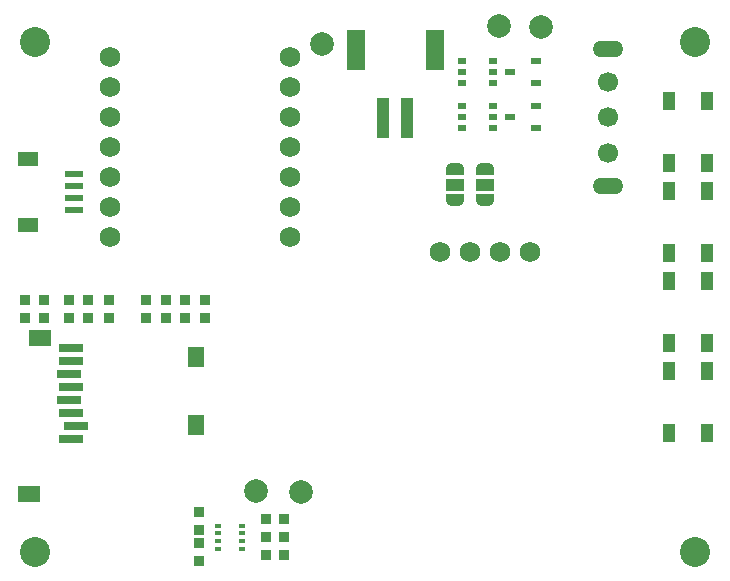
<source format=gbr>
%TF.GenerationSoftware,KiCad,Pcbnew,7.0.8*%
%TF.CreationDate,2023-11-01T10:58:09-04:00*%
%TF.ProjectId,destinationWeatherStation_r4-5,64657374-696e-4617-9469-6f6e57656174,4.5*%
%TF.SameCoordinates,Original*%
%TF.FileFunction,Soldermask,Top*%
%TF.FilePolarity,Negative*%
%FSLAX46Y46*%
G04 Gerber Fmt 4.6, Leading zero omitted, Abs format (unit mm)*
G04 Created by KiCad (PCBNEW 7.0.8) date 2023-11-01 10:58:09*
%MOMM*%
%LPD*%
G01*
G04 APERTURE LIST*
G04 Aperture macros list*
%AMFreePoly0*
4,1,19,0.550000,-0.750000,0.000000,-0.750000,0.000000,-0.744911,-0.071157,-0.744911,-0.207708,-0.704816,-0.327430,-0.627875,-0.420627,-0.520320,-0.479746,-0.390866,-0.500000,-0.250000,-0.500000,0.250000,-0.479746,0.390866,-0.420627,0.520320,-0.327430,0.627875,-0.207708,0.704816,-0.071157,0.744911,0.000000,0.744911,0.000000,0.750000,0.550000,0.750000,0.550000,-0.750000,0.550000,-0.750000,
$1*%
%AMFreePoly1*
4,1,19,0.000000,0.744911,0.071157,0.744911,0.207708,0.704816,0.327430,0.627875,0.420627,0.520320,0.479746,0.390866,0.500000,0.250000,0.500000,-0.250000,0.479746,-0.390866,0.420627,-0.520320,0.327430,-0.627875,0.207708,-0.704816,0.071157,-0.744911,0.000000,-0.744911,0.000000,-0.750000,-0.550000,-0.750000,-0.550000,0.750000,0.000000,0.750000,0.000000,0.744911,0.000000,0.744911,
$1*%
G04 Aperture macros list end*
%ADD10R,1.000000X1.550000*%
%ADD11C,2.540000*%
%ADD12O,2.600000X1.350000*%
%ADD13C,1.700000*%
%ADD14R,0.826000X0.609000*%
%ADD15C,2.000000*%
%ADD16R,0.970000X0.871000*%
%ADD17R,1.500000X3.400000*%
%ADD18R,1.000000X3.500000*%
%ADD19R,0.706000X0.567000*%
%ADD20R,2.000000X0.800000*%
%ADD21R,1.400000X1.800000*%
%ADD22R,1.900000X1.400000*%
%ADD23R,0.820000X0.929000*%
%ADD24R,0.929000X0.820000*%
%ADD25FreePoly0,270.000000*%
%ADD26R,1.500000X1.000000*%
%ADD27FreePoly1,270.000000*%
%ADD28C,1.750000*%
%ADD29R,1.800000X1.200000*%
%ADD30R,1.550000X0.600000*%
%ADD31R,0.500000X0.350000*%
%ADD32FreePoly0,90.000000*%
%ADD33FreePoly1,90.000000*%
G04 APERTURE END LIST*
D10*
%TO.C,SW5*%
X173685000Y-102785000D03*
X173685000Y-108035000D03*
X170485000Y-102785000D03*
X170485000Y-108035000D03*
%TD*%
D11*
%TO.C,H4*%
X172720000Y-118110000D03*
%TD*%
D10*
%TO.C,SW3*%
X173685000Y-87545000D03*
X173685000Y-92795000D03*
X170485000Y-87545000D03*
X170485000Y-92795000D03*
%TD*%
%TO.C,SW2*%
X173685000Y-79925000D03*
X173685000Y-85175000D03*
X170485000Y-79925000D03*
X170485000Y-85175000D03*
%TD*%
D12*
%TO.C,SW1*%
X165354000Y-87080000D03*
X165354000Y-75480000D03*
D13*
X165354000Y-84280000D03*
X165354000Y-81280000D03*
X165354000Y-78280000D03*
%TD*%
D14*
%TO.C,Q2*%
X159228000Y-78420000D03*
X159228000Y-76520000D03*
X157002000Y-77470000D03*
%TD*%
D15*
%TO.C,TP5*%
X139319000Y-113030000D03*
%TD*%
D11*
%TO.C,H1*%
X116840000Y-74930000D03*
%TD*%
D16*
%TO.C,C2*%
X130683000Y-117360000D03*
X130683000Y-118860000D03*
%TD*%
D11*
%TO.C,H3*%
X116840000Y-118110000D03*
%TD*%
D17*
%TO.C,J1*%
X150670000Y-75586000D03*
X143970000Y-75586000D03*
D18*
X148320000Y-81336000D03*
X146320000Y-81336000D03*
%TD*%
D15*
%TO.C,TP3*%
X159639000Y-73660000D03*
%TD*%
D19*
%TO.C,Q4*%
X155608000Y-78420000D03*
X155608000Y-77470000D03*
X155608000Y-76520000D03*
X153002000Y-76520000D03*
X153002000Y-77470000D03*
X153002000Y-78420000D03*
%TD*%
D20*
%TO.C,J2*%
X119879000Y-108505000D03*
X120279000Y-107405000D03*
X119879000Y-106305000D03*
X119679000Y-105205000D03*
X119879000Y-104105000D03*
X119679000Y-103005000D03*
X119879000Y-101905000D03*
X119879000Y-100805000D03*
D21*
X130429000Y-101615000D03*
X130429000Y-107315000D03*
D22*
X117279000Y-100015000D03*
X116279000Y-113165000D03*
%TD*%
D10*
%TO.C,SW4*%
X173685000Y-95165000D03*
X173685000Y-100415000D03*
X170485000Y-95165000D03*
X170485000Y-100415000D03*
%TD*%
D23*
%TO.C,R10*%
X137910000Y-118364000D03*
X136400000Y-118364000D03*
%TD*%
D15*
%TO.C,TP1*%
X156083000Y-73533000D03*
%TD*%
D24*
%TO.C,R5*%
X127889000Y-96781000D03*
X127889000Y-98291000D03*
%TD*%
D25*
%TO.C,JP2*%
X154940000Y-85695000D03*
D26*
X154940000Y-86995000D03*
D27*
X154940000Y-88295000D03*
%TD*%
D16*
%TO.C,C4*%
X117602000Y-98286000D03*
X117602000Y-96786000D03*
%TD*%
D24*
%TO.C,R3*%
X121343000Y-96781000D03*
X121343000Y-98291000D03*
%TD*%
D28*
%TO.C,U1*%
X123190000Y-76200000D03*
X123190000Y-78740000D03*
X123190000Y-81280000D03*
X123190000Y-83820000D03*
X123190000Y-86360000D03*
X123190000Y-88900000D03*
X123190000Y-91440000D03*
X138430000Y-91440000D03*
X138430000Y-88900000D03*
X138430000Y-86360000D03*
X138430000Y-83820000D03*
X138430000Y-81280000D03*
X138430000Y-78740000D03*
X138430000Y-76200000D03*
%TD*%
D29*
%TO.C,J3*%
X116235000Y-84830000D03*
X116235000Y-90430000D03*
D30*
X120110000Y-86130000D03*
X120110000Y-87130000D03*
X120110000Y-88130000D03*
X120110000Y-89130000D03*
%TD*%
D24*
%TO.C,R1*%
X131191000Y-96781000D03*
X131191000Y-98291000D03*
%TD*%
D31*
%TO.C,U2*%
X134375000Y-115865000D03*
X134375000Y-116515000D03*
X134375000Y-117165000D03*
X134375000Y-117815000D03*
X132325000Y-117815000D03*
X132325000Y-117165000D03*
X132325000Y-116515000D03*
X132325000Y-115865000D03*
%TD*%
D14*
%TO.C,Q1*%
X159228000Y-82230000D03*
X159228000Y-80330000D03*
X157002000Y-81280000D03*
%TD*%
D24*
%TO.C,R2*%
X119692000Y-96781000D03*
X119692000Y-98291000D03*
%TD*%
D28*
%TO.C,U3*%
X151130000Y-92710000D03*
X153670000Y-92710000D03*
X156210000Y-92710000D03*
X158750000Y-92710000D03*
%TD*%
D15*
%TO.C,TP4*%
X135509000Y-112903000D03*
%TD*%
D23*
%TO.C,R9*%
X137920000Y-116840000D03*
X136410000Y-116840000D03*
%TD*%
D24*
%TO.C,R6*%
X126238000Y-96781000D03*
X126238000Y-98291000D03*
%TD*%
D32*
%TO.C,JP1*%
X152400000Y-88295000D03*
D26*
X152400000Y-86995000D03*
D33*
X152400000Y-85695000D03*
%TD*%
D24*
%TO.C,R7*%
X129540000Y-96781000D03*
X129540000Y-98291000D03*
%TD*%
D15*
%TO.C,TP2*%
X141097000Y-75057000D03*
%TD*%
D23*
%TO.C,R8*%
X137920000Y-115316000D03*
X136410000Y-115316000D03*
%TD*%
D16*
%TO.C,C1*%
X130683000Y-114693000D03*
X130683000Y-116193000D03*
%TD*%
D24*
%TO.C,R4*%
X123063000Y-96781000D03*
X123063000Y-98291000D03*
%TD*%
D16*
%TO.C,C3*%
X115951000Y-98286000D03*
X115951000Y-96786000D03*
%TD*%
D19*
%TO.C,Q3*%
X155608000Y-82230000D03*
X155608000Y-81280000D03*
X155608000Y-80330000D03*
X153002000Y-80330000D03*
X153002000Y-81280000D03*
X153002000Y-82230000D03*
%TD*%
D11*
%TO.C,H2*%
X172720000Y-74930000D03*
%TD*%
M02*

</source>
